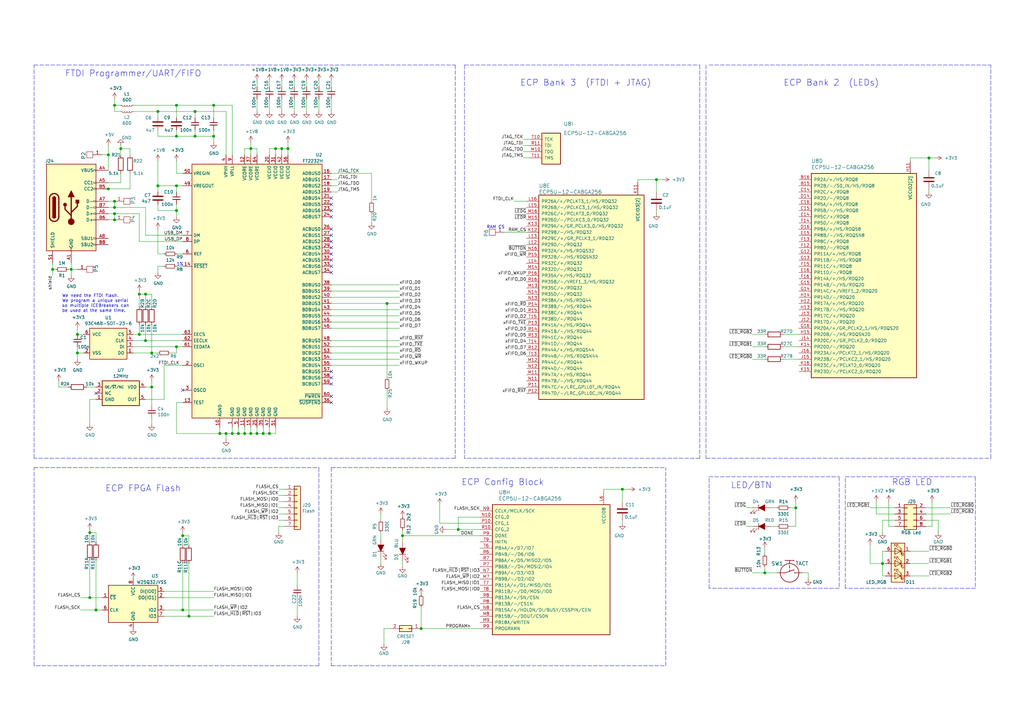
<source format=kicad_sch>
(kicad_sch (version 20201015) (generator eeschema)
  (paper "A3")
  (title_block (title "iCEBreaker++") (date "2020-12-05") (rev "V0.1") (company "GsD") (comment 1 "2020 (C) GsD  <greg.davill@gmail.com>") (comment 3 "License: CC-BY-SA V4.0"))
  (junction (at 21.59 110.49) (diameter 1.016))
  (junction (at 29.21 110.49) (diameter 1.016))
  (junction (at 31.75 137.16) (diameter 1.016))
  (junction (at 31.75 144.78) (diameter 1.016))
  (junction (at 36.83 218.44) (diameter 1.016))
  (junction (at 36.83 245.11) (diameter 1.016))
  (junction (at 39.37 250.19) (diameter 1.016))
  (junction (at 44.45 63.5) (diameter 1.016))
  (junction (at 44.45 77.47) (diameter 1.016))
  (junction (at 46.99 43.18) (diameter 1.016))
  (junction (at 46.99 82.55) (diameter 1.016))
  (junction (at 46.99 85.09) (diameter 1.016))
  (junction (at 46.99 87.63) (diameter 1.016))
  (junction (at 46.99 90.17) (diameter 1.016))
  (junction (at 49.53 60.96) (diameter 1.016))
  (junction (at 57.15 120.65) (diameter 1.016))
  (junction (at 57.15 137.16) (diameter 1.016))
  (junction (at 59.69 120.65) (diameter 1.016))
  (junction (at 59.69 139.7) (diameter 1.016))
  (junction (at 62.23 144.78) (diameter 1.016))
  (junction (at 62.23 158.75) (diameter 1.016))
  (junction (at 64.77 45.72) (diameter 1.016))
  (junction (at 64.77 76.2) (diameter 1.016))
  (junction (at 72.39 43.18) (diameter 1.016))
  (junction (at 72.39 55.88) (diameter 1.016))
  (junction (at 72.39 76.2) (diameter 1.016))
  (junction (at 72.39 86.36) (diameter 1.016))
  (junction (at 72.39 142.24) (diameter 1.016))
  (junction (at 74.93 219.71) (diameter 1.016))
  (junction (at 74.93 250.19) (diameter 1.016))
  (junction (at 77.47 252.73) (diameter 1.016))
  (junction (at 80.01 45.72) (diameter 1.016))
  (junction (at 80.01 55.88) (diameter 1.016))
  (junction (at 87.63 43.18) (diameter 1.016))
  (junction (at 87.63 55.88) (diameter 1.016))
  (junction (at 90.17 177.8) (diameter 1.016))
  (junction (at 92.71 177.8) (diameter 1.016))
  (junction (at 95.25 177.8) (diameter 1.016))
  (junction (at 97.79 177.8) (diameter 1.016))
  (junction (at 100.33 177.8) (diameter 1.016))
  (junction (at 102.87 60.96) (diameter 1.016))
  (junction (at 102.87 177.8) (diameter 1.016))
  (junction (at 105.41 177.8) (diameter 1.016))
  (junction (at 107.95 177.8) (diameter 1.016))
  (junction (at 110.49 177.8) (diameter 1.016))
  (junction (at 113.03 60.96) (diameter 1.016))
  (junction (at 115.57 60.96) (diameter 1.016))
  (junction (at 118.11 60.96) (diameter 1.016))
  (junction (at 158.75 124.46) (diameter 1.016))
  (junction (at 165.1 219.71) (diameter 1.016))
  (junction (at 172.72 257.81) (diameter 1.016))
  (junction (at 187.96 217.17) (diameter 1.016))
  (junction (at 255.27 200.66) (diameter 1.016))
  (junction (at 269.24 73.66) (diameter 1.016))
  (junction (at 313.69 234.95) (diameter 1.016))
  (junction (at 326.39 208.28) (diameter 1.016))
  (junction (at 361.95 231.14) (diameter 1.016))
  (junction (at 381 64.77) (diameter 1.016))
  (no_connect (at 135.89 157.48))
  (no_connect (at 135.89 83.82))
  (no_connect (at 135.89 109.22))
  (no_connect (at 135.89 106.68))
  (no_connect (at 135.89 101.6))
  (no_connect (at 135.89 104.14))
  (no_connect (at 74.93 160.02))
  (no_connect (at 135.89 111.76))
  (no_connect (at 135.89 154.94))
  (no_connect (at 135.89 81.28))
  (no_connect (at 135.89 88.9))
  (no_connect (at 135.89 162.56))
  (no_connect (at 135.89 165.1))
  (no_connect (at 135.89 99.06))
  (no_connect (at 135.89 93.98))
  (no_connect (at 135.89 86.36))
  (no_connect (at 39.37 161.29))
  (no_connect (at 135.89 96.52))
  (no_connect (at 135.89 152.4))
  (wire (pts (xy 21.59 107.95) (xy 21.59 110.49)))
  (wire (pts (xy 21.59 110.49) (xy 21.59 113.03)))
  (wire (pts (xy 21.59 110.49) (xy 22.86 110.49)))
  (wire (pts (xy 24.13 156.21) (xy 24.13 158.75)))
  (wire (pts (xy 24.13 158.75) (xy 27.94 158.75)))
  (wire (pts (xy 27.94 110.49) (xy 29.21 110.49)))
  (wire (pts (xy 29.21 110.49) (xy 29.21 107.95)))
  (wire (pts (xy 29.21 110.49) (xy 29.21 113.03)))
  (wire (pts (xy 31.75 110.49) (xy 29.21 110.49)))
  (wire (pts (xy 31.75 137.16) (xy 31.75 134.62)))
  (wire (pts (xy 31.75 142.24) (xy 31.75 144.78)))
  (wire (pts (xy 31.75 144.78) (xy 31.75 147.32)))
  (wire (pts (xy 33.02 245.11) (xy 36.83 245.11)))
  (wire (pts (xy 33.02 250.19) (xy 39.37 250.19)))
  (wire (pts (xy 34.29 137.16) (xy 31.75 137.16)))
  (wire (pts (xy 34.29 144.78) (xy 31.75 144.78)))
  (wire (pts (xy 36.83 163.83) (xy 36.83 173.99)))
  (wire (pts (xy 36.83 217.17) (xy 36.83 218.44)))
  (wire (pts (xy 36.83 218.44) (xy 36.83 222.25)))
  (wire (pts (xy 36.83 229.87) (xy 36.83 245.11)))
  (wire (pts (xy 36.83 245.11) (xy 41.91 245.11)))
  (wire (pts (xy 39.37 158.75) (xy 35.56 158.75)))
  (wire (pts (xy 39.37 163.83) (xy 36.83 163.83)))
  (wire (pts (xy 39.37 218.44) (xy 36.83 218.44)))
  (wire (pts (xy 39.37 222.25) (xy 39.37 218.44)))
  (wire (pts (xy 39.37 229.87) (xy 39.37 250.19)))
  (wire (pts (xy 39.37 250.19) (xy 41.91 250.19)))
  (wire (pts (xy 41.91 63.5) (xy 44.45 63.5)))
  (wire (pts (xy 41.91 77.47) (xy 44.45 77.47)))
  (wire (pts (xy 44.45 59.69) (xy 44.45 63.5)))
  (wire (pts (xy 44.45 63.5) (xy 44.45 69.85)))
  (wire (pts (xy 44.45 77.47) (xy 53.34 77.47)))
  (wire (pts (xy 44.45 82.55) (xy 46.99 82.55)))
  (wire (pts (xy 44.45 85.09) (xy 46.99 85.09)))
  (wire (pts (xy 44.45 87.63) (xy 46.99 87.63)))
  (wire (pts (xy 44.45 90.17) (xy 46.99 90.17)))
  (wire (pts (xy 46.99 40.64) (xy 46.99 43.18)))
  (wire (pts (xy 46.99 43.18) (xy 46.99 45.72)))
  (wire (pts (xy 46.99 43.18) (xy 49.53 43.18)))
  (wire (pts (xy 46.99 45.72) (xy 49.53 45.72)))
  (wire (pts (xy 46.99 82.55) (xy 46.99 85.09)))
  (wire (pts (xy 46.99 85.09) (xy 59.69 85.09)))
  (wire (pts (xy 46.99 87.63) (xy 46.99 90.17)))
  (wire (pts (xy 49.53 59.69) (xy 49.53 60.96)))
  (wire (pts (xy 49.53 60.96) (xy 49.53 63.5)))
  (wire (pts (xy 49.53 71.12) (xy 49.53 74.93)))
  (wire (pts (xy 49.53 74.93) (xy 44.45 74.93)))
  (wire (pts (xy 53.34 60.96) (xy 49.53 60.96)))
  (wire (pts (xy 53.34 63.5) (xy 53.34 60.96)))
  (wire (pts (xy 53.34 77.47) (xy 53.34 71.12)))
  (wire (pts (xy 54.61 43.18) (xy 72.39 43.18)))
  (wire (pts (xy 54.61 45.72) (xy 64.77 45.72)))
  (wire (pts (xy 54.61 137.16) (xy 57.15 137.16)))
  (wire (pts (xy 54.61 139.7) (xy 59.69 139.7)))
  (wire (pts (xy 54.61 142.24) (xy 72.39 142.24)))
  (wire (pts (xy 54.61 144.78) (xy 62.23 144.78)))
  (wire (pts (xy 57.15 87.63) (xy 46.99 87.63)))
  (wire (pts (xy 57.15 99.06) (xy 57.15 87.63)))
  (wire (pts (xy 57.15 119.38) (xy 57.15 120.65)))
  (wire (pts (xy 57.15 120.65) (xy 57.15 125.73)))
  (wire (pts (xy 57.15 133.35) (xy 57.15 137.16)))
  (wire (pts (xy 57.15 137.16) (xy 74.93 137.16)))
  (wire (pts (xy 59.69 85.09) (xy 59.69 96.52)))
  (wire (pts (xy 59.69 96.52) (xy 74.93 96.52)))
  (wire (pts (xy 59.69 120.65) (xy 57.15 120.65)))
  (wire (pts (xy 59.69 120.65) (xy 59.69 125.73)))
  (wire (pts (xy 59.69 133.35) (xy 59.69 139.7)))
  (wire (pts (xy 59.69 139.7) (xy 74.93 139.7)))
  (wire (pts (xy 59.69 158.75) (xy 62.23 158.75)))
  (wire (pts (xy 59.69 163.83) (xy 67.31 163.83)))
  (wire (pts (xy 62.23 120.65) (xy 59.69 120.65)))
  (wire (pts (xy 62.23 125.73) (xy 62.23 120.65)))
  (wire (pts (xy 62.23 133.35) (xy 62.23 144.78)))
  (wire (pts (xy 62.23 144.78) (xy 64.77 144.78)))
  (wire (pts (xy 62.23 158.75) (xy 62.23 156.21)))
  (wire (pts (xy 62.23 158.75) (xy 62.23 166.37)))
  (wire (pts (xy 62.23 171.45) (xy 62.23 173.99)))
  (wire (pts (xy 64.77 45.72) (xy 64.77 48.26)))
  (wire (pts (xy 64.77 45.72) (xy 80.01 45.72)))
  (wire (pts (xy 64.77 53.34) (xy 64.77 55.88)))
  (wire (pts (xy 64.77 55.88) (xy 72.39 55.88)))
  (wire (pts (xy 64.77 76.2) (xy 64.77 66.04)))
  (wire (pts (xy 64.77 78.74) (xy 64.77 76.2)))
  (wire (pts (xy 64.77 83.82) (xy 64.77 86.36)))
  (wire (pts (xy 64.77 86.36) (xy 72.39 86.36)))
  (wire (pts (xy 64.77 104.14) (xy 64.77 93.98)))
  (wire (pts (xy 64.77 109.22) (xy 64.77 111.76)))
  (wire (pts (xy 67.31 104.14) (xy 64.77 104.14)))
  (wire (pts (xy 67.31 109.22) (xy 64.77 109.22)))
  (wire (pts (xy 67.31 149.86) (xy 74.93 149.86)))
  (wire (pts (xy 67.31 163.83) (xy 67.31 149.86)))
  (wire (pts (xy 67.31 242.57) (xy 87.63 242.57)))
  (wire (pts (xy 67.31 245.11) (xy 87.63 245.11)))
  (wire (pts (xy 67.31 250.19) (xy 74.93 250.19)))
  (wire (pts (xy 67.31 252.73) (xy 77.47 252.73)))
  (wire (pts (xy 69.85 144.78) (xy 72.39 144.78)))
  (wire (pts (xy 72.39 43.18) (xy 72.39 48.26)))
  (wire (pts (xy 72.39 43.18) (xy 87.63 43.18)))
  (wire (pts (xy 72.39 53.34) (xy 72.39 55.88)))
  (wire (pts (xy 72.39 55.88) (xy 80.01 55.88)))
  (wire (pts (xy 72.39 71.12) (xy 72.39 66.04)))
  (wire (pts (xy 72.39 76.2) (xy 64.77 76.2)))
  (wire (pts (xy 72.39 78.74) (xy 72.39 76.2)))
  (wire (pts (xy 72.39 86.36) (xy 72.39 83.82)))
  (wire (pts (xy 72.39 86.36) (xy 72.39 88.9)))
  (wire (pts (xy 72.39 104.14) (xy 74.93 104.14)))
  (wire (pts (xy 72.39 142.24) (xy 74.93 142.24)))
  (wire (pts (xy 72.39 144.78) (xy 72.39 142.24)))
  (wire (pts (xy 72.39 165.1) (xy 72.39 177.8)))
  (wire (pts (xy 72.39 177.8) (xy 90.17 177.8)))
  (wire (pts (xy 74.93 71.12) (xy 72.39 71.12)))
  (wire (pts (xy 74.93 76.2) (xy 72.39 76.2)))
  (wire (pts (xy 74.93 99.06) (xy 57.15 99.06)))
  (wire (pts (xy 74.93 109.22) (xy 72.39 109.22)))
  (wire (pts (xy 74.93 165.1) (xy 72.39 165.1)))
  (wire (pts (xy 74.93 218.44) (xy 74.93 219.71)))
  (wire (pts (xy 74.93 219.71) (xy 74.93 223.52)))
  (wire (pts (xy 74.93 219.71) (xy 77.47 219.71)))
  (wire (pts (xy 74.93 231.14) (xy 74.93 250.19)))
  (wire (pts (xy 74.93 250.19) (xy 87.63 250.19)))
  (wire (pts (xy 77.47 219.71) (xy 77.47 223.52)))
  (wire (pts (xy 77.47 231.14) (xy 77.47 252.73)))
  (wire (pts (xy 77.47 252.73) (xy 87.63 252.73)))
  (wire (pts (xy 80.01 45.72) (xy 80.01 48.26)))
  (wire (pts (xy 80.01 45.72) (xy 92.71 45.72)))
  (wire (pts (xy 80.01 53.34) (xy 80.01 55.88)))
  (wire (pts (xy 80.01 55.88) (xy 87.63 55.88)))
  (wire (pts (xy 87.63 43.18) (xy 87.63 48.26)))
  (wire (pts (xy 87.63 43.18) (xy 95.25 43.18)))
  (wire (pts (xy 87.63 55.88) (xy 87.63 53.34)))
  (wire (pts (xy 87.63 55.88) (xy 87.63 58.42)))
  (wire (pts (xy 90.17 175.26) (xy 90.17 177.8)))
  (wire (pts (xy 90.17 177.8) (xy 92.71 177.8)))
  (wire (pts (xy 92.71 45.72) (xy 92.71 63.5)))
  (wire (pts (xy 92.71 177.8) (xy 92.71 180.34)))
  (wire (pts (xy 92.71 177.8) (xy 95.25 177.8)))
  (wire (pts (xy 95.25 43.18) (xy 95.25 63.5)))
  (wire (pts (xy 95.25 175.26) (xy 95.25 177.8)))
  (wire (pts (xy 95.25 177.8) (xy 97.79 177.8)))
  (wire (pts (xy 97.79 175.26) (xy 97.79 177.8)))
  (wire (pts (xy 97.79 177.8) (xy 100.33 177.8)))
  (wire (pts (xy 100.33 60.96) (xy 102.87 60.96)))
  (wire (pts (xy 100.33 63.5) (xy 100.33 60.96)))
  (wire (pts (xy 100.33 175.26) (xy 100.33 177.8)))
  (wire (pts (xy 100.33 177.8) (xy 102.87 177.8)))
  (wire (pts (xy 102.87 60.96) (xy 102.87 58.42)))
  (wire (pts (xy 102.87 60.96) (xy 105.41 60.96)))
  (wire (pts (xy 102.87 63.5) (xy 102.87 60.96)))
  (wire (pts (xy 102.87 175.26) (xy 102.87 177.8)))
  (wire (pts (xy 102.87 177.8) (xy 105.41 177.8)))
  (wire (pts (xy 105.41 33.02) (xy 105.41 35.56)))
  (wire (pts (xy 105.41 40.64) (xy 105.41 45.72)))
  (wire (pts (xy 105.41 60.96) (xy 105.41 63.5)))
  (wire (pts (xy 105.41 175.26) (xy 105.41 177.8)))
  (wire (pts (xy 105.41 177.8) (xy 107.95 177.8)))
  (wire (pts (xy 107.95 175.26) (xy 107.95 177.8)))
  (wire (pts (xy 107.95 177.8) (xy 110.49 177.8)))
  (wire (pts (xy 110.49 33.02) (xy 110.49 35.56)))
  (wire (pts (xy 110.49 40.64) (xy 110.49 45.72)))
  (wire (pts (xy 110.49 60.96) (xy 113.03 60.96)))
  (wire (pts (xy 110.49 63.5) (xy 110.49 60.96)))
  (wire (pts (xy 110.49 175.26) (xy 110.49 177.8)))
  (wire (pts (xy 110.49 177.8) (xy 113.03 177.8)))
  (wire (pts (xy 113.03 60.96) (xy 113.03 63.5)))
  (wire (pts (xy 113.03 60.96) (xy 115.57 60.96)))
  (wire (pts (xy 113.03 177.8) (xy 113.03 175.26)))
  (wire (pts (xy 114.3 203.2) (xy 116.84 203.2)))
  (wire (pts (xy 114.3 205.74) (xy 116.84 205.74)))
  (wire (pts (xy 114.3 208.28) (xy 116.84 208.28)))
  (wire (pts (xy 114.3 210.82) (xy 116.84 210.82)))
  (wire (pts (xy 114.3 213.36) (xy 116.84 213.36)))
  (wire (pts (xy 114.3 215.9) (xy 114.3 218.44)))
  (wire (pts (xy 115.57 33.02) (xy 115.57 35.56)))
  (wire (pts (xy 115.57 40.64) (xy 115.57 45.72)))
  (wire (pts (xy 115.57 60.96) (xy 115.57 63.5)))
  (wire (pts (xy 115.57 60.96) (xy 118.11 60.96)))
  (wire (pts (xy 116.84 200.66) (xy 114.3 200.66)))
  (wire (pts (xy 116.84 215.9) (xy 114.3 215.9)))
  (wire (pts (xy 118.11 60.96) (xy 118.11 58.42)))
  (wire (pts (xy 118.11 60.96) (xy 118.11 63.5)))
  (wire (pts (xy 120.65 33.02) (xy 120.65 35.56)))
  (wire (pts (xy 120.65 40.64) (xy 120.65 45.72)))
  (wire (pts (xy 121.92 234.95) (xy 121.92 240.03)))
  (wire (pts (xy 121.92 245.11) (xy 121.92 252.73)))
  (wire (pts (xy 125.73 33.02) (xy 125.73 35.56)))
  (wire (pts (xy 125.73 40.64) (xy 125.73 45.72)))
  (wire (pts (xy 130.81 33.02) (xy 130.81 35.56)))
  (wire (pts (xy 130.81 40.64) (xy 130.81 45.72)))
  (wire (pts (xy 135.89 33.02) (xy 135.89 35.56)))
  (wire (pts (xy 135.89 40.64) (xy 135.89 45.72)))
  (wire (pts (xy 135.89 71.12) (xy 152.4 71.12)))
  (wire (pts (xy 135.89 73.66) (xy 138.43 73.66)))
  (wire (pts (xy 135.89 76.2) (xy 138.43 76.2)))
  (wire (pts (xy 135.89 78.74) (xy 138.43 78.74)))
  (wire (pts (xy 135.89 116.84) (xy 163.83 116.84)))
  (wire (pts (xy 135.89 119.38) (xy 163.83 119.38)))
  (wire (pts (xy 135.89 121.92) (xy 163.83 121.92)))
  (wire (pts (xy 135.89 124.46) (xy 158.75 124.46)))
  (wire (pts (xy 135.89 127) (xy 163.83 127)))
  (wire (pts (xy 135.89 129.54) (xy 163.83 129.54)))
  (wire (pts (xy 135.89 132.08) (xy 163.83 132.08)))
  (wire (pts (xy 135.89 134.62) (xy 163.83 134.62)))
  (wire (pts (xy 135.89 139.7) (xy 163.83 139.7)))
  (wire (pts (xy 135.89 142.24) (xy 163.83 142.24)))
  (wire (pts (xy 135.89 144.78) (xy 163.83 144.78)))
  (wire (pts (xy 135.89 147.32) (xy 163.83 147.32)))
  (wire (pts (xy 135.89 149.86) (xy 163.83 149.86)))
  (wire (pts (xy 152.4 71.12) (xy 152.4 82.55)))
  (wire (pts (xy 152.4 87.63) (xy 152.4 91.44)))
  (wire (pts (xy 156.21 210.82) (xy 156.21 213.36)))
  (wire (pts (xy 156.21 218.44) (xy 156.21 220.98)))
  (wire (pts (xy 156.21 228.6) (xy 156.21 231.14)))
  (wire (pts (xy 157.48 257.81) (xy 157.48 264.16)))
  (wire (pts (xy 158.75 124.46) (xy 163.83 124.46)))
  (wire (pts (xy 158.75 154.94) (xy 158.75 124.46)))
  (wire (pts (xy 158.75 160.02) (xy 158.75 167.64)))
  (wire (pts (xy 160.02 257.81) (xy 157.48 257.81)))
  (wire (pts (xy 165.1 217.17) (xy 165.1 219.71)))
  (wire (pts (xy 165.1 219.71) (xy 165.1 222.25)))
  (wire (pts (xy 165.1 219.71) (xy 196.85 219.71)))
  (wire (pts (xy 165.1 229.87) (xy 165.1 232.41)))
  (wire (pts (xy 172.72 248.92) (xy 172.72 257.81)))
  (wire (pts (xy 172.72 257.81) (xy 196.85 257.81)))
  (wire (pts (xy 180.34 207.01) (xy 180.34 214.63)))
  (wire (pts (xy 180.34 214.63) (xy 196.85 214.63)))
  (wire (pts (xy 182.88 217.17) (xy 187.96 217.17)))
  (wire (pts (xy 187.96 212.09) (xy 187.96 217.17)))
  (wire (pts (xy 187.96 217.17) (xy 196.85 217.17)))
  (wire (pts (xy 196.85 212.09) (xy 187.96 212.09)))
  (wire (pts (xy 207.01 95.25) (xy 215.9 95.25)))
  (wire (pts (xy 215.9 82.55) (xy 210.82 82.55)))
  (wire (pts (xy 217.17 57.15) (xy 214.63 57.15)))
  (wire (pts (xy 217.17 59.69) (xy 214.63 59.69)))
  (wire (pts (xy 217.17 62.23) (xy 214.63 62.23)))
  (wire (pts (xy 217.17 64.77) (xy 214.63 64.77)))
  (wire (pts (xy 247.65 200.66) (xy 255.27 200.66)))
  (wire (pts (xy 247.65 201.93) (xy 247.65 200.66)))
  (wire (pts (xy 255.27 200.66) (xy 255.27 205.74)))
  (wire (pts (xy 255.27 213.36) (xy 255.27 214.63)))
  (wire (pts (xy 257.81 200.66) (xy 255.27 200.66)))
  (wire (pts (xy 261.62 73.66) (xy 269.24 73.66)))
  (wire (pts (xy 261.62 74.93) (xy 261.62 73.66)))
  (wire (pts (xy 269.24 73.66) (xy 269.24 78.74)))
  (wire (pts (xy 269.24 86.36) (xy 269.24 87.63)))
  (wire (pts (xy 271.78 73.66) (xy 269.24 73.66)))
  (wire (pts (xy 308.61 137.16) (xy 313.69 137.16)))
  (wire (pts (xy 308.61 142.24) (xy 313.69 142.24)))
  (wire (pts (xy 308.61 147.32) (xy 313.69 147.32)))
  (wire (pts (xy 308.61 208.28) (xy 306.07 208.28)))
  (wire (pts (xy 308.61 215.9) (xy 306.07 215.9)))
  (wire (pts (xy 313.69 227.33) (xy 313.69 224.79)))
  (wire (pts (xy 313.69 232.41) (xy 313.69 234.95)))
  (wire (pts (xy 313.69 234.95) (xy 308.61 234.95)))
  (wire (pts (xy 316.23 208.28) (xy 318.77 208.28)))
  (wire (pts (xy 316.23 215.9) (xy 318.77 215.9)))
  (wire (pts (xy 318.77 234.95) (xy 313.69 234.95)))
  (wire (pts (xy 321.31 137.16) (xy 327.66 137.16)))
  (wire (pts (xy 321.31 142.24) (xy 327.66 142.24)))
  (wire (pts (xy 321.31 147.32) (xy 327.66 147.32)))
  (wire (pts (xy 323.85 208.28) (xy 326.39 208.28)))
  (wire (pts (xy 326.39 205.74) (xy 326.39 208.28)))
  (wire (pts (xy 326.39 215.9) (xy 323.85 215.9)))
  (wire (pts (xy 326.39 215.9) (xy 326.39 208.28)))
  (wire (pts (xy 328.93 234.95) (xy 331.47 234.95)))
  (wire (pts (xy 331.47 234.95) (xy 331.47 237.49)))
  (wire (pts (xy 356.87 223.52) (xy 356.87 231.14)))
  (wire (pts (xy 356.87 231.14) (xy 361.95 231.14)))
  (wire (pts (xy 359.41 205.74) (xy 359.41 210.82)))
  (wire (pts (xy 359.41 210.82) (xy 367.03 210.82)))
  (wire (pts (xy 361.95 213.36) (xy 367.03 213.36)))
  (wire (pts (xy 361.95 218.44) (xy 361.95 213.36)))
  (wire (pts (xy 361.95 231.14) (xy 361.95 226.06)))
  (wire (pts (xy 361.95 236.22) (xy 361.95 231.14)))
  (wire (pts (xy 363.22 226.06) (xy 361.95 226.06)))
  (wire (pts (xy 363.22 231.14) (xy 361.95 231.14)))
  (wire (pts (xy 363.22 236.22) (xy 361.95 236.22)))
  (wire (pts (xy 364.49 205.74) (xy 364.49 215.9)))
  (wire (pts (xy 364.49 215.9) (xy 367.03 215.9)))
  (wire (pts (xy 367.03 208.28) (xy 356.87 208.28)))
  (wire (pts (xy 373.38 66.04) (xy 373.38 64.77)))
  (wire (pts (xy 373.38 226.06) (xy 381 226.06)))
  (wire (pts (xy 373.38 231.14) (xy 381 231.14)))
  (wire (pts (xy 373.38 236.22) (xy 381 236.22)))
  (wire (pts (xy 379.73 208.28) (xy 389.89 208.28)))
  (wire (pts (xy 379.73 210.82) (xy 389.89 210.82)))
  (wire (pts (xy 379.73 213.36) (xy 384.81 213.36)))
  (wire (pts (xy 379.73 215.9) (xy 382.27 215.9)))
  (wire (pts (xy 381 64.77) (xy 373.38 64.77)))
  (wire (pts (xy 381 64.77) (xy 381 69.85)))
  (wire (pts (xy 381 77.47) (xy 381 78.74)))
  (wire (pts (xy 382.27 215.9) (xy 382.27 205.74)))
  (wire (pts (xy 383.54 64.77) (xy 381 64.77)))
  (wire (pts (xy 384.81 213.36) (xy 384.81 218.44)))
  (polyline (pts (xy 13.97 26.67) (xy 186.69 26.67)) (stroke (width 0) (type dash)))
  (polyline (pts (xy 13.97 187.96) (xy 13.97 26.67)) (stroke (width 0) (type dash)))
  (polyline (pts (xy 13.97 191.77) (xy 130.81 191.77)) (stroke (width 0) (type dash)))
  (polyline (pts (xy 13.97 273.05) (xy 13.97 191.77)) (stroke (width 0) (type dash)))
  (polyline (pts (xy 130.81 191.77) (xy 130.81 273.05)) (stroke (width 0) (type dash)))
  (polyline (pts (xy 130.81 273.05) (xy 13.97 273.05)) (stroke (width 0) (type dash)))
  (polyline (pts (xy 135.89 191.77) (xy 135.89 273.05)) (stroke (width 0) (type dash)))
  (polyline (pts (xy 135.89 191.77) (xy 273.05 191.77)) (stroke (width 0) (type dash)))
  (polyline (pts (xy 135.89 273.05) (xy 273.05 273.05)) (stroke (width 0) (type dash)))
  (polyline (pts (xy 186.69 26.67) (xy 186.69 187.96)) (stroke (width 0) (type dash)))
  (polyline (pts (xy 186.69 187.96) (xy 13.97 187.96)) (stroke (width 0) (type dash)))
  (polyline (pts (xy 190.5 26.67) (xy 190.5 187.96)) (stroke (width 0) (type dash)))
  (polyline (pts (xy 190.5 26.67) (xy 287.02 26.67)) (stroke (width 0) (type dash)))
  (polyline (pts (xy 273.05 273.05) (xy 273.05 191.77)) (stroke (width 0) (type dash)))
  (polyline (pts (xy 287.02 26.67) (xy 287.02 187.96)) (stroke (width 0) (type dash)))
  (polyline (pts (xy 287.02 187.96) (xy 190.5 187.96)) (stroke (width 0) (type dash)))
  (polyline (pts (xy 289.56 26.67) (xy 289.56 187.96)) (stroke (width 0) (type dash)))
  (polyline (pts (xy 289.56 187.96) (xy 406.4 187.96)) (stroke (width 0) (type dash)))
  (polyline (pts (xy 290.83 26.67) (xy 406.4 26.67)) (stroke (width 0) (type dash)))
  (polyline (pts (xy 290.83 195.58) (xy 344.17 195.58)) (stroke (width 0) (type dash)))
  (polyline (pts (xy 290.83 241.3) (xy 290.83 195.58)) (stroke (width 0) (type dash)))
  (polyline (pts (xy 344.17 195.58) (xy 344.17 241.3)) (stroke (width 0) (type dash)))
  (polyline (pts (xy 344.17 241.3) (xy 290.83 241.3)) (stroke (width 0) (type dash)))
  (polyline (pts (xy 346.71 195.58) (xy 400.05 195.58)) (stroke (width 0) (type dash)))
  (polyline (pts (xy 346.71 241.3) (xy 346.71 195.58)) (stroke (width 0) (type dash)))
  (polyline (pts (xy 400.05 195.58) (xy 400.05 241.3)) (stroke (width 0) (type dash)))
  (polyline (pts (xy 400.05 241.3) (xy 346.71 241.3)) (stroke (width 0) (type dash)))
  (polyline (pts (xy 406.4 187.96) (xy 406.4 26.67)) (stroke (width 0) (type dash)))
  (text "We need the FTDI flash.\nWe program a unique serial\nso multiple iCEBreakers can\nbe used at the same time." (at 25.4 128.27 0) (effects (font (size 1.27 1.27)) (justify left bottom)))
  (text "FTDI Programmer/UART/FIFO" (at 26.67 31.75 0) (effects (font (size 2.54 2.54)) (justify left bottom)))
  (text "ECP FPGA Flash" (at 43.18 201.93 0) (effects (font (size 2.54 2.54)) (justify left bottom)))
  (text "1%" (at 72.39 109.22 0) (effects (font (size 1.27 1.27)) (justify left bottom)))
  (text "ECP Config Block" (at 189.23 199.39 0) (effects (font (size 2.54 2.54)) (justify left bottom)))
  (text "RAM CS" (at 207.01 93.98 180) (effects (font (size 1.27 1.27)) (justify right bottom)))
  (text "ECP Bank 3  (FTDI + JTAG)" (at 213.36 35.56 0) (effects (font (size 2.54 2.54)) (justify left bottom)))
  (text "LED/BTN" (at 299.72 200.66 0) (effects (font (size 2.54 2.54)) (justify left bottom)))
  (text "ECP Bank 2  (LEDs)" (at 321.31 35.56 0) (effects (font (size 2.54 2.54)) (justify left bottom)))
  (text "RGB LED" (at 365.76 199.39 0) (effects (font (size 2.54 2.54)) (justify left bottom)))
  (label "shield" (at 21.59 113.03 270))
  (label "FLASH_CS" (at 33.02 245.11 180))
  (label "FLASH_SCK" (at 33.02 250.19 180))
  (label "FTDI_CLK" (at 73.66 149.86 180))
  (label "USB_DM" (at 74.93 96.52 180))
  (label "USB_DP" (at 74.93 99.06 180))
  (label "FLASH_MOSI|IO0" (at 87.63 242.57 0))
  (label "FLASH_MISO|IO1" (at 87.63 245.11 0))
  (label "FLASH_~WP~|IO2" (at 87.63 250.19 0))
  (label "FLASH_~HLD~|~RST~|IO3" (at 87.63 252.73 0))
  (label "FLASH_CS" (at 114.3 200.66 180))
  (label "FLASH_SCK" (at 114.3 203.2 180))
  (label "FLASH_MOSI|IO0" (at 114.3 205.74 180))
  (label "FLASH_MISO|IO1" (at 114.3 208.28 180))
  (label "FLASH_~WP~|IO2" (at 114.3 210.82 180))
  (label "FLASH_~HLD~|~RST~|IO3" (at 114.3 213.36 180))
  (label "JTAG_TCK" (at 138.43 71.12 0))
  (label "JTAG_TDI" (at 138.43 73.66 0))
  (label "JTAG_TDO" (at 138.43 76.2 0))
  (label "JTAG_TMS" (at 138.43 78.74 0))
  (label "xFIFO_D0" (at 163.83 116.84 0))
  (label "xFIFO_D1" (at 163.83 119.38 0))
  (label "xFIFO_D2" (at 163.83 121.92 0))
  (label "xFIFO_D3" (at 163.83 124.46 0))
  (label "xFIFO_D4" (at 163.83 127 0))
  (label "xFIFO_D5" (at 163.83 129.54 0))
  (label "xFIFO_D6" (at 163.83 132.08 0))
  (label "xFIFO_D7" (at 163.83 134.62 0))
  (label "xFIFO_~RXF" (at 163.83 139.7 0))
  (label "xFIFO_~TXE" (at 163.83 142.24 0))
  (label "xFIFO_~RD" (at 163.83 144.78 0))
  (label "xFIFO_~WR" (at 163.83 147.32 0))
  (label "xFIFO_WKUP" (at 163.83 149.86 0))
  (label "PROGRAMn" (at 193.04 257.81 180))
  (label "DONE" (at 194.31 219.71 180))
  (label "FLASH_SCK" (at 196.85 209.55 180))
  (label "FLASH_~HLD~|~RST~|IO3" (at 196.85 234.95 180))
  (label "FLASH_~WP~|IO2" (at 196.85 237.49 180))
  (label "FLASH_MISO|IO1" (at 196.85 240.03 180))
  (label "FLASH_MOSI|IO0" (at 196.85 242.57 180))
  (label "FLASH_CS" (at 196.85 250.19 180))
  (label "FTDI_CLK" (at 210.82 82.55 180))
  (label "JTAG_TCK" (at 214.63 57.15 180))
  (label "JTAG_TDI" (at 214.63 59.69 180))
  (label "JTAG_TDO" (at 214.63 62.23 180))
  (label "JTAG_TMS" (at 214.63 64.77 180))
  (label "~LEDG" (at 215.9 87.63 180))
  (label "~LEDR" (at 215.9 90.17 180))
  (label "RAM_CS" (at 215.9 95.25 180))
  (label "~BUTTON" (at 215.9 102.87 180))
  (label "xFIFO_~WR" (at 215.9 105.41 180))
  (label "xFIFO_WKUP" (at 215.9 113.03 180))
  (label "xFIFO_D0" (at 215.9 115.57 180))
  (label "xFIFO_~RD" (at 215.9 125.73 180))
  (label "xFIFO_D1" (at 215.9 128.27 180))
  (label "xFIFO_D2" (at 215.9 130.81 180))
  (label "xFIFO_~TXE" (at 215.9 133.35 180))
  (label "xFIFO_D3" (at 215.9 135.89 180))
  (label "xFIFO_D5" (at 215.9 138.43 180))
  (label "xFIFO_D4" (at 215.9 140.97 180))
  (label "xFIFO_D7" (at 215.9 143.51 180))
  (label "xFIFO_D6" (at 215.9 146.05 180))
  (label "xFIFO_~RXF" (at 215.9 161.29 180))
  (label "~LEDG" (at 306.07 208.28 180))
  (label "~LEDR" (at 306.07 215.9 180))
  (label "~LED_RGB2" (at 308.61 137.16 180))
  (label "~LED_RGB1" (at 308.61 142.24 180))
  (label "~LED_RGB0" (at 308.61 147.32 180))
  (label "~BUTTON" (at 308.61 234.95 180))
  (label "~LED_RGB1" (at 356.87 208.28 180))
  (label "~LED_RGB0" (at 381 226.06 0))
  (label "~LED_RGB1" (at 381 231.14 0))
  (label "~LED_RGB2" (at 381 236.22 0))
  (label "~LED_RGB0" (at 389.89 208.28 0))
  (label "~LED_RGB2" (at 389.89 210.82 0))
  (symbol (lib_id "icebreaker-rescue:pkl_L_Small-pkl_device") (at 52.07 43.18 270) (unit 1)
    (property "Reference" "L1" (at 52.07 38.5318 90))
    (property "Value" "600" (at 52.07 40.894 90))
    (property "Footprint" "Inductor_SMD:L_0402_1005Metric" (effects hide))
    (property "Source" "ANY" (effects hide))
    (property "Key" "ferrite-0402-600" (effects hide))
  )
  (symbol (lib_id "icebreaker-rescue:pkl_L_Small-pkl_device") (at 52.07 45.72 270) (unit 1)
    (property "Reference" "L2" (at 52.07 48.133 90))
    (property "Value" "600" (at 52.07 50.4952 90))
    (property "Footprint" "Inductor_SMD:L_0402_1005Metric" (effects hide))
    (property "Source" "ANY" (effects hide))
    (property "Key" "ferrite-0402-600" (effects hide))
  )
  (symbol (lib_id "power:+3V3") (at 24.13 156.21 0) (unit 1)
    (property "Reference" "#PWR02" (effects hide))
    (property "Value" "+3V3" (at 24.511 151.7396 0))
  )
  (symbol (lib_id "power:+3V3") (at 31.75 134.62 0) (unit 1)
    (property "Reference" "#PWR031" (effects hide))
    (property "Value" "+3V3" (at 32.131 130.1496 0))
  )
  (symbol (lib_id "power:+3V3") (at 36.83 217.17 0) (unit 1)
    (property "Reference" "#PWR0139" (effects hide))
    (property "Value" "+3V3" (at 37.211 212.6996 0))
  )
  (symbol (lib_id "power:+5V") (at 44.45 59.69 0) (unit 1)
    (property "Reference" "#PWR08" (effects hide))
    (property "Value" "+5V" (at 44.831 55.2196 0))
  )
  (symbol (lib_id "power:+3V3") (at 46.99 40.64 0) (unit 1)
    (property "Reference" "#PWR015" (effects hide))
    (property "Value" "+3V3" (at 47.371 36.1696 0))
  )
  (symbol (lib_id "power:+3V3") (at 54.61 237.49 0) (unit 1)
    (property "Reference" "#PWR0138" (effects hide))
    (property "Value" "+3V3" (at 54.991 233.0196 0))
  )
  (symbol (lib_id "power:+3V3") (at 57.15 119.38 0) (unit 1)
    (property "Reference" "#PWR033" (effects hide))
    (property "Value" "+3V3" (at 57.531 114.9096 0))
  )
  (symbol (lib_id "power:+3V3") (at 62.23 156.21 0) (unit 1)
    (property "Reference" "#PWR03" (effects hide))
    (property "Value" "+3V3" (at 62.611 151.7396 0))
  )
  (symbol (lib_id "power:+1V8") (at 64.77 66.04 0) (unit 1)
    (property "Reference" "#PWR010" (effects hide))
    (property "Value" "+1V8" (at 65.151 61.5696 0))
  )
  (symbol (lib_id "power:+3V3") (at 64.77 93.98 0) (unit 1)
    (property "Reference" "#PWR09" (effects hide))
    (property "Value" "+3V3" (at 65.151 89.5096 0))
  )
  (symbol (lib_id "power:+3V3") (at 72.39 66.04 0) (unit 1)
    (property "Reference" "#PWR07" (effects hide))
    (property "Value" "+3V3" (at 72.771 61.5696 0))
  )
  (symbol (lib_id "power:+3V3") (at 74.93 218.44 0) (unit 1)
    (property "Reference" "#PWR042" (effects hide))
    (property "Value" "+3V3" (at 75.311 213.9696 0))
  )
  (symbol (lib_id "power:+1V8") (at 102.87 58.42 0) (unit 1)
    (property "Reference" "#PWR011" (effects hide))
    (property "Value" "+1V8" (at 103.251 53.9496 0))
  )
  (symbol (lib_id "power:+1V8") (at 105.41 33.02 0) (unit 1)
    (property "Reference" "#PWR018" (effects hide))
    (property "Value" "+1V8" (at 105.791 28.5496 0))
  )
  (symbol (lib_id "power:+1V8") (at 110.49 33.02 0) (unit 1)
    (property "Reference" "#PWR021" (effects hide))
    (property "Value" "+1V8" (at 110.871 28.5496 0))
  )
  (symbol (lib_id "power:+1V8") (at 115.57 33.02 0) (unit 1)
    (property "Reference" "#PWR022" (effects hide))
    (property "Value" "+1V8" (at 115.951 28.5496 0))
  )
  (symbol (lib_id "power:+3V3") (at 118.11 58.42 0) (unit 1)
    (property "Reference" "#PWR016" (effects hide))
    (property "Value" "+3V3" (at 118.491 53.9496 0))
  )
  (symbol (lib_id "power:+3V3") (at 120.65 33.02 0) (unit 1)
    (property "Reference" "#PWR027" (effects hide))
    (property "Value" "+3V3" (at 121.031 28.5496 0))
  )
  (symbol (lib_id "power:+3V3") (at 121.92 234.95 0) (unit 1)
    (property "Reference" "#PWR040" (effects hide))
    (property "Value" "+3V3" (at 122.301 230.4796 0))
  )
  (symbol (lib_id "power:+3V3") (at 125.73 33.02 0) (unit 1)
    (property "Reference" "#PWR028" (effects hide))
    (property "Value" "+3V3" (at 126.111 28.5496 0))
  )
  (symbol (lib_id "power:+3V3") (at 130.81 33.02 0) (unit 1)
    (property "Reference" "#PWR029" (effects hide))
    (property "Value" "+3V3" (at 131.191 28.5496 0))
  )
  (symbol (lib_id "power:+3V3") (at 135.89 33.02 0) (unit 1)
    (property "Reference" "#PWR030" (effects hide))
    (property "Value" "+3V3" (at 136.271 28.5496 0))
  )
  (symbol (lib_id "power:+3V3") (at 156.21 210.82 0) (unit 1)
    (property "Reference" "#PWR080" (effects hide))
    (property "Value" "+3V3" (at 156.591 206.3496 0))
  )
  (symbol (lib_id "power:+3V3") (at 165.1 212.09 0) (unit 1)
    (property "Reference" "#PWR078" (effects hide))
    (property "Value" "+3V3" (at 165.481 207.6196 0))
  )
  (symbol (lib_id "power:+3V3") (at 172.72 243.84 0) (unit 1)
    (property "Reference" "#PWR095" (effects hide))
    (property "Value" "+3V3" (at 173.101 239.3696 0))
  )
  (symbol (lib_id "power:+3V3") (at 180.34 207.01 0) (unit 1)
    (property "Reference" "#PWR0104" (effects hide))
    (property "Value" "+3V3" (at 180.721 202.5396 0))
  )
  (symbol (lib_id "power:+3V3") (at 257.81 200.66 270) (mirror x) (unit 1)
    (property "Reference" "#PWR0135" (effects hide))
    (property "Value" "+3V3" (at 261.62 200.66 90) (effects (justify left)))
  )
  (symbol (lib_id "power:+3V3") (at 271.78 73.66 270) (mirror x) (unit 1)
    (property "Reference" "#PWR0124" (effects hide))
    (property "Value" "+3V3" (at 275.59 73.66 90) (effects (justify left)))
  )
  (symbol (lib_id "power:+3V3") (at 313.69 224.79 0) (unit 1)
    (property "Reference" "#PWR073" (effects hide))
    (property "Value" "+3V3" (at 311.15 220.98 0) (effects (justify left)))
  )
  (symbol (lib_id "power:+3V3") (at 326.39 205.74 0) (unit 1)
    (property "Reference" "#PWR059" (effects hide))
    (property "Value" "+3V3" (at 323.85 200.66 0) (effects (justify left)))
  )
  (symbol (lib_id "power:+3V3") (at 356.87 223.52 0) (unit 1)
    (property "Reference" "#PWR0105" (effects hide))
    (property "Value" "+3V3" (at 357.251 219.0496 0))
  )
  (symbol (lib_id "power:+1V2") (at 359.41 205.74 0) (unit 1)
    (property "Reference" "#PWR076" (effects hide))
    (property "Value" "+1V2" (at 359.791 201.2696 0))
  )
  (symbol (lib_id "power:+5V") (at 364.49 205.74 0) (unit 1)
    (property "Reference" "#PWR058" (effects hide))
    (property "Value" "+5V" (at 364.871 201.2696 0))
  )
  (symbol (lib_id "power:+3V3") (at 382.27 205.74 0) (unit 1)
    (property "Reference" "#PWR057" (effects hide))
    (property "Value" "+3V3" (at 382.651 201.2696 0))
  )
  (symbol (lib_id "power:+3V3") (at 383.54 64.77 270) (mirror x) (unit 1)
    (property "Reference" "#PWR0133" (effects hide))
    (property "Value" "+3V3" (at 387.35 64.77 90) (effects (justify left)))
  )
  (symbol (lib_id "power:GND") (at 29.21 113.03 0) (unit 1)
    (property "Reference" "#PWR06" (effects hide))
    (property "Value" "GND" (at 29.337 117.5004 0))
  )
  (symbol (lib_id "power:GND") (at 31.75 147.32 0) (unit 1)
    (property "Reference" "#PWR032" (effects hide))
    (property "Value" "GND" (at 31.877 151.7904 0))
  )
  (symbol (lib_id "power:GND") (at 36.83 173.99 0) (unit 1)
    (property "Reference" "#PWR05" (effects hide))
    (property "Value" "GND" (at 36.957 178.4604 0))
  )
  (symbol (lib_id "power:GND") (at 49.53 59.69 180) (unit 1)
    (property "Reference" "#PWR0140" (effects hide))
    (property "Value" "GND" (at 51.943 56.4896 0))
  )
  (symbol (lib_id "power:GND") (at 54.61 257.81 0) (unit 1)
    (property "Reference" "#PWR0137" (effects hide))
    (property "Value" "GND" (at 54.737 262.2804 0))
  )
  (symbol (lib_id "power:GND") (at 62.23 173.99 0) (unit 1)
    (property "Reference" "#PWR0101" (effects hide))
    (property "Value" "GND" (at 62.357 178.4604 0))
  )
  (symbol (lib_id "power:GND") (at 64.77 111.76 0) (unit 1)
    (property "Reference" "#PWR013" (effects hide))
    (property "Value" "GND" (at 64.897 116.2304 0))
  )
  (symbol (lib_id "power:GND") (at 72.39 88.9 0) (unit 1)
    (property "Reference" "#PWR012" (effects hide))
    (property "Value" "GND" (at 72.517 93.3704 0))
  )
  (symbol (lib_id "power:GND") (at 87.63 58.42 0) (unit 1)
    (property "Reference" "#PWR014" (effects hide))
    (property "Value" "GND" (at 87.757 62.8904 0))
  )
  (symbol (lib_id "power:GND") (at 92.71 180.34 0) (unit 1)
    (property "Reference" "#PWR04" (effects hide))
    (property "Value" "GND" (at 92.837 184.8104 0))
  )
  (symbol (lib_id "power:GND") (at 105.41 45.72 0) (unit 1)
    (property "Reference" "#PWR017" (effects hide))
    (property "Value" "GND" (at 105.537 50.1904 0))
  )
  (symbol (lib_id "power:GND") (at 110.49 45.72 0) (unit 1)
    (property "Reference" "#PWR019" (effects hide))
    (property "Value" "GND" (at 110.617 50.1904 0))
  )
  (symbol (lib_id "power:GND") (at 114.3 218.44 0) (unit 1)
    (property "Reference" "#PWR089" (effects hide))
    (property "Value" "GND" (at 114.3 222.25 0))
  )
  (symbol (lib_id "power:GND") (at 115.57 45.72 0) (unit 1)
    (property "Reference" "#PWR020" (effects hide))
    (property "Value" "GND" (at 115.697 50.1904 0))
  )
  (symbol (lib_id "power:GND") (at 120.65 45.72 0) (unit 1)
    (property "Reference" "#PWR023" (effects hide))
    (property "Value" "GND" (at 120.777 50.1904 0))
  )
  (symbol (lib_id "power:GND") (at 121.92 252.73 0) (unit 1)
    (property "Reference" "#PWR041" (effects hide))
    (property "Value" "GND" (at 122.047 257.2004 0))
  )
  (symbol (lib_id "power:GND") (at 125.73 45.72 0) (unit 1)
    (property "Reference" "#PWR024" (effects hide))
    (property "Value" "GND" (at 125.857 50.1904 0))
  )
  (symbol (lib_id "power:GND") (at 130.81 45.72 0) (unit 1)
    (property "Reference" "#PWR025" (effects hide))
    (property "Value" "GND" (at 130.937 50.1904 0))
  )
  (symbol (lib_id "power:GND") (at 135.89 45.72 0) (unit 1)
    (property "Reference" "#PWR026" (effects hide))
    (property "Value" "GND" (at 136.017 50.1904 0))
  )
  (symbol (lib_id "power:GND") (at 152.4 91.44 0) (unit 1)
    (property "Reference" "#PWR0136" (effects hide))
    (property "Value" "GND" (at 152.527 95.9104 0))
  )
  (symbol (lib_id "power:GND") (at 156.21 231.14 0) (unit 1)
    (property "Reference" "#PWR079" (effects hide))
    (property "Value" "GND" (at 156.21 234.95 0))
  )
  (symbol (lib_id "power:GND") (at 157.48 264.16 0) (unit 1)
    (property "Reference" "#PWR0103" (effects hide))
    (property "Value" "GND" (at 157.48 267.97 0))
  )
  (symbol (lib_id "power:GND") (at 158.75 167.64 0) (unit 1)
    (property "Reference" "#PWR0102" (effects hide))
    (property "Value" "GND" (at 158.877 172.1104 0))
  )
  (symbol (lib_id "power:GND") (at 165.1 232.41 0) (unit 1)
    (property "Reference" "#PWR077" (effects hide))
    (property "Value" "GND" (at 165.1 236.22 0))
  )
  (symbol (lib_id "power:GND") (at 182.88 217.17 270) (unit 1)
    (property "Reference" "#PWR0141" (effects hide))
    (property "Value" "GND" (at 179.07 217.17 0))
  )
  (symbol (lib_id "power:GND") (at 255.27 214.63 0) (mirror y) (unit 1)
    (property "Reference" "#PWR0134" (effects hide))
    (property "Value" "GND" (at 254 219.71 0))
  )
  (symbol (lib_id "power:GND") (at 269.24 87.63 0) (mirror y) (unit 1)
    (property "Reference" "#PWR0123" (effects hide))
    (property "Value" "GND" (at 267.97 92.71 0))
  )
  (symbol (lib_id "power:GND") (at 331.47 237.49 0) (unit 1)
    (property "Reference" "#PWR074" (effects hide))
    (property "Value" "GND" (at 335.28 238.76 0))
  )
  (symbol (lib_id "power:GND") (at 361.95 218.44 0) (unit 1)
    (property "Reference" "#PWR056" (effects hide))
    (property "Value" "GND" (at 361.95 222.25 0))
  )
  (symbol (lib_id "power:GND") (at 381 78.74 0) (mirror y) (unit 1)
    (property "Reference" "#PWR0132" (effects hide))
    (property "Value" "GND" (at 379.73 83.82 0))
  )
  (symbol (lib_id "power:GND") (at 384.81 218.44 0) (unit 1)
    (property "Reference" "#PWR075" (effects hide))
    (property "Value" "GND" (at 384.81 222.25 0))
  )
  (symbol (lib_id "icebreaker-rescue:pkl_R_Small-pkl_device") (at 25.4 110.49 270) (unit 1)
    (property "Reference" "R1" (at 25.4 113.03 90))
    (property "Value" "1M" (at 25.4 107.95 90))
    (property "Footprint" "Resistor_SMD:R_0402_1005Metric" (effects hide))
    (property "Source" "ANY" (effects hide))
    (property "Key" "res-0402-1m" (effects hide))
  )
  (symbol (lib_id "icebreaker-rescue:pkl_R_Small-pkl_device") (at 67.31 144.78 270) (unit 1)
    (property "Reference" "R6" (at 71.12 146.05 90))
    (property "Value" "2k2" (at 63.5 146.05 90))
    (property "Footprint" "Resistor_SMD:R_0402_1005Metric" (effects hide))
    (property "Key" "res-0402-2k2" (effects hide))
    (property "Source" "ANY" (effects hide))
  )
  (symbol (lib_id "icebreaker-rescue:pkl_R_Small-pkl_device") (at 69.85 104.14 270) (unit 1)
    (property "Reference" "R9" (at 73.66 105.41 90))
    (property "Value" "10k" (at 69.85 101.6 90))
    (property "Footprint" "Resistor_SMD:R_0402_1005Metric" (effects hide))
    (property "Source" "ANY" (effects hide))
    (property "Key" "res-0402-10k" (effects hide))
  )
  (symbol (lib_id "icebreaker-rescue:pkl_R_Small-pkl_device") (at 69.85 109.22 270) (unit 1)
    (property "Reference" "R8" (at 73.66 110.49 90))
    (property "Value" "12k" (at 69.85 106.68 90))
    (property "Footprint" "Resistor_SMD:R_0402_1005Metric" (effects hide))
    (property "Description" "1% current reference" (effects hide))
    (property "Source" "ANY" (effects hide))
    (property "Key" "res-0402-12k" (effects hide))
  )
  (symbol (lib_id "icebreaker-rescue:pkl_R_Small-pkl_device") (at 152.4 85.09 0) (unit 1)
    (property "Reference" "R20" (at 153.67 88.9 90))
    (property "Value" "1k" (at 153.67 81.28 90))
    (property "Footprint" "Resistor_SMD:R_0402_1005Metric" (effects hide))
    (property "Key" "res-0402-10k" (effects hide))
    (property "Source" "ANY" (effects hide))
  )
  (symbol (lib_id "icebreaker-rescue:pkl_R_Small-pkl_device") (at 156.21 215.9 0) (unit 1)
    (property "Reference" "R5" (at 153.67 215.9 90))
    (property "Value" "330E" (at 158.75 215.9 90))
    (property "Footprint" "Resistor_SMD:R_0402_1005Metric" (effects hide))
    (property "Source" "ANY" (effects hide))
    (property "Key" "res-0402-330" (effects hide))
  )
  (symbol (lib_id "icebreaker-rescue:pkl_R_Small-pkl_device") (at 158.75 157.48 0) (unit 1)
    (property "Reference" "R25" (at 160.02 161.29 90))
    (property "Value" "10k" (at 160.02 153.67 90))
    (property "Footprint" "Resistor_SMD:R_0402_1005Metric" (effects hide))
    (property "Key" "res-0402-10k" (effects hide))
    (property "Source" "ANY" (effects hide))
  )
  (symbol (lib_id "icebreaker-rescue:pkl_R_Small-pkl_device") (at 165.1 214.63 0) (unit 1)
    (property "Reference" "R12" (at 167.64 217.17 90))
    (property "Value" "2k2" (at 167.64 212.09 90))
    (property "Footprint" "Resistor_SMD:R_0402_1005Metric" (effects hide))
    (property "Source" "ANY" (effects hide))
    (property "Key" "res-0402-2k2" (effects hide))
  )
  (symbol (lib_id "icebreaker-rescue:pkl_R_Small-pkl_device") (at 172.72 246.38 0) (unit 1)
    (property "Reference" "R19" (at 170.18 247.65 90))
    (property "Value" "10k" (at 170.18 242.57 90))
    (property "Footprint" "Resistor_SMD:R_0402_1005Metric" (effects hide))
    (property "Source" "ANY" (effects hide))
    (property "Key" "res-0402-10k" (effects hide))
  )
  (symbol (lib_id "icebreaker-rescue:pkl_R_Small-pkl_device") (at 313.69 229.87 180) (unit 1)
    (property "Reference" "R13" (at 311.15 226.06 90))
    (property "Value" "10k" (at 311.15 231.14 90))
    (property "Footprint" "Resistor_SMD:R_0402_1005Metric" (effects hide))
    (property "Source" "ANY" (effects hide))
    (property "Key" "res-0402-10k" (effects hide))
  )
  (symbol (lib_id "icebreaker-rescue:pkl_R_Small-pkl_device") (at 321.31 208.28 90) (unit 1)
    (property "Reference" "R14" (at 321.31 205.74 90))
    (property "Value" "330E" (at 321.31 210.82 90))
    (property "Footprint" "Resistor_SMD:R_0402_1005Metric" (effects hide))
    (property "Source" "ANY" (effects hide))
    (property "Key" "res-0402-330" (effects hide))
  )
  (symbol (lib_id "icebreaker-rescue:pkl_R_Small-pkl_device") (at 321.31 215.9 90) (unit 1)
    (property "Reference" "R15" (at 321.31 213.36 90))
    (property "Value" "330E" (at 321.31 218.44 90))
    (property "Footprint" "Resistor_SMD:R_0402_1005Metric" (effects hide))
    (property "Source" "ANY" (effects hide))
    (property "Key" "res-0402-330" (effects hide))
  )
  (symbol (lib_id "icebreaker-rescue:PAD_SMD-pkl_misc") (at 36.83 63.5 180) (unit 1)
    (property "Reference" "P2" (at 34.29 62.23 90) (effects (font (size 1.524 1.524)) (justify left)))
    (property "Value" "UP" (effects hide))
    (property "Footprint" "pkl_pads:PAD_SMD_1x2.65" (effects hide))
    (property "Source" "ANY" (effects hide))
  )
  (symbol (lib_id "icebreaker-rescue:PAD_SMD-pkl_misc") (at 36.83 110.49 0) (unit 1)
    (property "Reference" "P5" (at 39.37 111.76 90) (effects (font (size 1.524 1.524)) (justify left)))
    (property "Value" "UP" (effects hide))
    (property "Footprint" "pkl_pads:PAD_SMD_1x2.65" (effects hide))
    (property "Source" "ANY" (effects hide))
  )
  (symbol (lib_id "icebreaker-rescue:PAD_SMD-pkl_misc") (at 52.07 82.55 0) (unit 1)
    (property "Reference" "P3" (at 54.61 83.82 90) (effects (font (size 1.524 1.524)) (justify left)))
    (property "Value" "UP" (effects hide))
    (property "Footprint" "pkl_pads:PAD_SMD_1x2.65" (effects hide))
    (property "Source" "ANY" (effects hide))
  )
  (symbol (lib_id "icebreaker-rescue:PAD_SMD-pkl_misc") (at 52.07 90.17 0) (unit 1)
    (property "Reference" "P4" (at 54.61 91.44 90) (effects (font (size 1.524 1.524)) (justify left)))
    (property "Value" "UP" (effects hide))
    (property "Footprint" "pkl_pads:PAD_SMD_1x2.65" (effects hide))
    (property "Source" "ANY" (effects hide))
  )
  (symbol (lib_id "icebreaker-rescue:PAD_SMD-pkl_misc") (at 201.93 95.25 180) (unit 1)
    (property "Reference" "P6" (at 199.39 93.98 90) (effects (font (size 1.524 1.524)) (justify left)))
    (property "Value" "RAM_CS" (effects hide))
    (property "Footprint" "pkl_pads:PAD_SMD_1x1.5" (effects hide))
    (property "Source" "ANY" (effects hide))
  )
  (symbol (lib_id "Device:R_Pack04_Split") (at 31.75 158.75 90) (unit 1)
    (property "Reference" "R2" (at 26.67 157.48 90))
    (property "Value" "10k" (at 36.83 157.48 90))
    (property "Footprint" "Resistor_SMD:R_Array_Convex_4x0402" (effects hide))
  )
  (symbol (lib_id "Device:R_Pack04_Split") (at 36.83 226.06 180) (unit 1)
    (property "Reference" "R11" (at 35.56 231.14 90))
    (property "Value" "10k" (at 35.56 220.98 90))
    (property "Footprint" "Resistor_SMD:R_Array_Convex_4x0402" (effects hide))
  )
  (symbol (lib_id "Device:R_Pack04_Split") (at 39.37 226.06 180) (unit 2)
    (property "Reference" "R11" (at 38.1 231.14 90))
    (property "Value" "10k" (at 38.1 220.98 90))
    (property "Footprint" "Resistor_SMD:R_Array_Convex_4x0402" (effects hide))
  )
  (symbol (lib_id "Device:R") (at 49.53 67.31 0) (unit 1)
    (property "Reference" "R21" (at 45.72 63.5 0) (effects (justify left)))
    (property "Value" "5.1k" (at 44.45 71.12 0) (effects (justify left)))
    (property "Footprint" "Resistor_SMD:R_0402_1005Metric" (effects hide))
  )
  (symbol (lib_id "Device:R") (at 53.34 67.31 0) (unit 1)
    (property "Reference" "R22" (at 54.61 66.04 0) (effects (justify left)))
    (property "Value" "5.1k" (at 54.61 71.12 0) (effects (justify left)))
    (property "Footprint" "Resistor_SMD:R_0402_1005Metric" (effects hide))
  )
  (symbol (lib_id "Device:R_Pack04_Split") (at 57.15 129.54 0) (unit 2)
    (property "Reference" "R2" (at 58.42 124.46 90))
    (property "Value" "10k" (at 58.42 134.62 90))
    (property "Footprint" "Resistor_SMD:R_Array_Convex_4x0402" (effects hide))
  )
  (symbol (lib_id "Device:R_Pack04_Split") (at 59.69 129.54 0) (unit 3)
    (property "Reference" "R2" (at 60.96 124.46 90))
    (property "Value" "10k" (at 60.96 134.62 90))
    (property "Footprint" "Resistor_SMD:R_Array_Convex_4x0402" (effects hide))
  )
  (symbol (lib_id "Device:R_Pack04_Split") (at 62.23 129.54 0) (unit 4)
    (property "Reference" "R2" (at 63.5 124.46 90))
    (property "Value" "10k" (at 63.5 134.62 90))
    (property "Footprint" "Resistor_SMD:R_Array_Convex_4x0402" (effects hide))
  )
  (symbol (lib_id "Device:R_Pack04_Split") (at 74.93 227.33 180) (unit 3)
    (property "Reference" "R11" (at 73.66 232.41 90))
    (property "Value" "10k" (at 73.66 222.25 90))
    (property "Footprint" "Resistor_SMD:R_Array_Convex_4x0402" (effects hide))
  )
  (symbol (lib_id "Device:R_Pack04_Split") (at 77.47 227.33 180) (unit 4)
    (property "Reference" "R11" (at 76.2 232.41 90))
    (property "Value" "10k" (at 76.2 222.25 90))
    (property "Footprint" "Resistor_SMD:R_Array_Convex_4x0402" (effects hide))
  )
  (symbol (lib_id "Device:R_Pack04_Split") (at 317.5 137.16 270) (mirror x) (unit 4)
    (property "Reference" "R27" (at 322.58 135.89 90))
    (property "Value" "33R" (at 312.42 135.89 90))
    (property "Footprint" "Resistor_SMD:R_Array_Convex_4x0402" (effects hide))
  )
  (symbol (lib_id "Device:R_Pack04_Split") (at 317.5 142.24 270) (mirror x) (unit 3)
    (property "Reference" "R27" (at 322.58 140.97 90))
    (property "Value" "33R" (at 312.42 140.97 90))
    (property "Footprint" "Resistor_SMD:R_Array_Convex_4x0402" (effects hide))
  )
  (symbol (lib_id "Device:R_Pack04_Split") (at 317.5 147.32 270) (mirror x) (unit 2)
    (property "Reference" "R27" (at 322.58 146.05 90))
    (property "Value" "33R" (at 312.42 146.05 90))
    (property "Footprint" "Resistor_SMD:R_Array_Convex_4x0402" (effects hide))
  )
  (symbol (lib_id "icebreaker-rescue:pkl_C_Small-pkl_device") (at 31.75 139.7 0) (mirror y) (unit 1)
    (property "Reference" "C1" (at 35.56 138.43 0) (effects (justify left)))
    (property "Value" "100n" (at 36.83 142.24 0) (effects (justify left)))
    (property "Footprint" "Capacitor_SMD:C_0402_1005Metric" (effects hide))
    (property "Key" "cap-cer-0402-100n" (effects hide))
    (property "Source" "ANY" (effects hide))
  )
  (symbol (lib_id "icebreaker-rescue:pkl_C_Small-pkl_device") (at 62.23 168.91 0) (unit 1)
    (property "Reference" "C4" (at 64.5668 167.7162 0) (effects (justify left)))
    (property "Value" "100n" (at 64.5668 170.0784 0) (effects (justify left)))
    (property "Footprint" "Capacitor_SMD:C_0402_1005Metric" (effects hide))
    (property "Source" "ANY" (effects hide))
    (property "Key" "cap-cer-0402-100n" (effects hide))
  )
  (symbol (lib_id "icebreaker-rescue:pkl_C_Small-pkl_device") (at 72.39 81.28 0) (mirror y) (unit 1)
    (property "Reference" "C10" (at 71.12 78.74 0) (effects (justify left)))
    (property "Value" "100n" (at 71.12 83.82 0) (effects (justify left)))
    (property "Footprint" "Capacitor_SMD:C_0402_1005Metric" (effects hide))
    (property "Source" "ANY" (effects hide))
    (property "Key" "cap-cer-0402-100n" (effects hide))
  )
  (symbol (lib_id "icebreaker-rescue:pkl_C_Small-pkl_device") (at 80.01 50.8 0) (mirror y) (unit 1)
    (property "Reference" "C12" (at 78.74 48.26 0) (effects (justify left)))
    (property "Value" "100n" (at 78.74 53.34 0) (effects (justify left)))
    (property "Footprint" "Capacitor_SMD:C_0402_1005Metric" (effects hide))
    (property "Source" "ANY" (effects hide))
    (property "Key" "cap-cer-0402-100n" (effects hide))
  )
  (symbol (lib_id "icebreaker-rescue:pkl_C_Small-pkl_device") (at 87.63 50.8 0) (mirror y) (unit 1)
    (property "Reference" "C13" (at 86.36 48.26 0) (effects (justify left)))
    (property "Value" "100n" (at 86.36 53.34 0) (effects (justify left)))
    (property "Footprint" "Capacitor_SMD:C_0402_1005Metric" (effects hide))
    (property "Source" "ANY" (effects hide))
    (property "Key" "cap-cer-0402-100n" (effects hide))
  )
  (symbol (lib_id "icebreaker-rescue:pkl_C_Small-pkl_device") (at 105.41 38.1 0) (mirror y) (unit 1)
    (property "Reference" "C14" (at 104.14 36.83 90) (effects (justify left)))
    (property "Value" "100n" (at 104.14 44.45 90) (effects (justify left)))
    (property "Footprint" "Capacitor_SMD:C_0402_1005Metric" (effects hide))
    (property "Source" "ANY" (effects hide))
    (property "Key" "cap-cer-0402-100n" (effects hide))
  )
  (symbol (lib_id "icebreaker-rescue:pkl_C_Small-pkl_device") (at 110.49 38.1 0) (mirror y) (unit 1)
    (property "Reference" "C16" (at 109.22 36.83 90) (effects (justify left)))
    (property "Value" "100n" (at 109.22 44.45 90) (effects (justify left)))
    (property "Footprint" "Capacitor_SMD:C_0402_1005Metric" (effects hide))
    (property "Source" "ANY" (effects hide))
    (property "Key" "cap-cer-0402-100n" (effects hide))
  )
  (symbol (lib_id "icebreaker-rescue:pkl_C_Small-pkl_device") (at 115.57 38.1 0) (mirror y) (unit 1)
    (property "Reference" "C17" (at 114.3 36.83 90) (effects (justify left)))
    (property "Value" "100n" (at 114.3 44.45 90) (effects (justify left)))
    (property "Footprint" "Capacitor_SMD:C_0402_1005Metric" (effects hide))
    (property "Source" "ANY" (effects hide))
    (property "Key" "cap-cer-0402-100n" (effects hide))
  )
  (symbol (lib_id "icebreaker-rescue:pkl_C_Small-pkl_device") (at 120.65 38.1 0) (mirror y) (unit 1)
    (property "Reference" "C18" (at 119.38 36.83 90) (effects (justify left)))
    (property "Value" "100n" (at 119.38 44.45 90) (effects (justify left)))
    (property "Footprint" "Capacitor_SMD:C_0402_1005Metric" (effects hide))
    (property "Source" "ANY" (effects hide))
    (property "Key" "cap-cer-0402-100n" (effects hide))
  )
  (symbol (lib_id "icebreaker-rescue:pkl_C_Small-pkl_device") (at 121.92 242.57 0) (mirror y) (unit 1)
    (property "Reference" "C22" (at 120.65 247.65 90) (effects (justify left)))
    (property "Value" "100n" (at 123.19 248.92 90) (effects (justify left)))
    (property "Footprint" "Capacitor_SMD:C_0402_1005Metric" (effects hide))
    (property "Source" "ANY" (effects hide))
    (property "Key" "cap-cer-0402-100n" (effects hide))
  )
  (symbol (lib_id "icebreaker-rescue:pkl_C_Small-pkl_device") (at 125.73 38.1 0) (mirror y) (unit 1)
    (property "Reference" "C19" (at 124.46 36.83 90) (effects (justify left)))
    (property "Value" "100n" (at 124.46 44.45 90) (effects (justify left)))
    (property "Footprint" "Capacitor_SMD:C_0402_1005Metric" (effects hide))
    (property "Source" "ANY" (effects hide))
    (property "Key" "cap-cer-0402-100n" (effects hide))
  )
  (symbol (lib_id "icebreaker-rescue:pkl_C_Small-pkl_device") (at 130.81 38.1 0) (mirror y) (unit 1)
    (property "Reference" "C20" (at 129.54 36.83 90) (effects (justify left)))
    (property "Value" "100n" (at 129.54 44.45 90) (effects (justify left)))
    (property "Footprint" "Capacitor_SMD:C_0402_1005Metric" (effects hide))
    (property "Source" "ANY" (effects hide))
    (property "Key" "cap-cer-0402-100n" (effects hide))
  )
  (symbol (lib_id "icebreaker-rescue:pkl_C_Small-pkl_device") (at 135.89 38.1 0) (mirror y) (unit 1)
    (property "Reference" "C21" (at 134.62 36.83 90) (effects (justify left)))
    (property "Value" "100n" (at 134.62 44.45 90) (effects (justify left)))
    (property "Footprint" "Capacitor_SMD:C_0402_1005Metric" (effects hide))
    (property "Source" "ANY" (effects hide))
    (property "Key" "cap-cer-0402-100n" (effects hide))
  )
  (symbol (lib_id "icebreaker-rescue:pkl_C-pkl_device") (at 64.77 50.8 0) (mirror y) (unit 1)
    (property "Reference" "C6" (at 62.23 48.26 0) (effects (justify left)))
    (property "Value" "4u7" (at 63.5 53.34 0) (effects (justify left)))
    (property "Footprint" "Capacitor_SMD:C_0603_1608Metric" (effects hide))
    (property "Key" "cap-cer-0402-4u7" (effects hide))
    (property "Source" "ANY" (effects hide))
  )
  (symbol (lib_id "icebreaker-rescue:pkl_C-pkl_device") (at 64.77 81.28 0) (mirror y) (unit 1)
    (property "Reference" "C7" (at 61.849 80.0862 0) (effects (justify left)))
    (property "Value" "4u7" (at 61.849 82.4484 0) (effects (justify left)))
    (property "Footprint" "Capacitor_SMD:C_0603_1608Metric" (effects hide))
    (property "Key" "cap-cer-0402-4u7" (effects hide))
    (property "Source" "ANY" (effects hide))
  )
  (symbol (lib_id "icebreaker-rescue:pkl_C-pkl_device") (at 72.39 50.8 0) (mirror y) (unit 1)
    (property "Reference" "C9" (at 69.85 48.26 0) (effects (justify left)))
    (property "Value" "4u7" (at 71.12 53.34 0) (effects (justify left)))
    (property "Footprint" "Capacitor_SMD:C_0603_1608Metric" (effects hide))
    (property "Key" "cap-cer-0402-4u7" (effects hide))
    (property "Source" "ANY" (effects hide))
  )
  (symbol (lib_id "Device:LED_ALT") (at 156.21 224.79 90) (unit 1)
    (property "Reference" "D1" (at 153.67 228.6 0) (effects (justify left)))
    (property "Value" "GRN" (at 153.67 223.52 0) (effects (justify left)))
    (property "Footprint" "LED_SMD:LED_0603_1608Metric" (effects hide))
    (property "Source" "ANY" (effects hide))
    (property "Key" "led-0603-grn" (effects hide))
  )
  (symbol (lib_id "Device:LED_ALT") (at 165.1 226.06 90) (unit 1)
    (property "Reference" "D3" (at 162.56 229.87 0) (effects (justify left)))
    (property "Value" "BLU" (at 162.56 224.79 0) (effects (justify left)))
    (property "Footprint" "LED_SMD:LED_0603_1608Metric" (effects hide))
    (property "Key" "led-0603-blu" (effects hide))
    (property "Source" "ANY" (effects hide))
  )
  (symbol (lib_id "Device:LED_ALT") (at 312.42 208.28 0) (unit 1)
    (property "Reference" "D4" (at 308.61 205.74 0) (effects (justify left)))
    (property "Value" "GRN" (at 313.69 205.74 0) (effects (justify left)))
    (property "Footprint" "LED_SMD:LED_0603_1608Metric" (effects hide))
    (property "Source" "ANY" (effects hide))
    (property "Key" "led-0603-grn" (effects hide))
  )
  (symbol (lib_id "Device:LED_ALT") (at 312.42 215.9 0) (unit 1)
    (property "Reference" "D5" (at 308.61 213.36 0) (effects (justify left)))
    (property "Value" "RED" (at 313.69 213.36 0) (effects (justify left)))
    (property "Footprint" "LED_SMD:LED_0603_1608Metric" (effects hide))
    (property "Source" "ANY" (effects hide))
    (property "Key" "led-0603-red" (effects hide))
  )
  (symbol (lib_id "Device:C") (at 255.27 209.55 0) (mirror y) (unit 1)
    (property "Reference" "C11" (at 260.35 207.01 0) (effects (justify left)))
    (property "Value" "0.1uF" (at 261.62 212.09 0) (effects (justify left)))
    (property "Footprint" "Capacitor_SMD:C_0402_1005Metric" (effects hide))
  )
  (symbol (lib_id "Device:C") (at 269.24 82.55 0) (mirror y) (unit 1)
    (property "Reference" "C2" (at 274.32 80.01 0) (effects (justify left)))
    (property "Value" "0.1uF" (at 275.59 85.09 0) (effects (justify left)))
    (property "Footprint" "Capacitor_SMD:C_0402_1005Metric" (effects hide))
  )
  (symbol (lib_id "Device:C") (at 381 73.66 0) (mirror y) (unit 1)
    (property "Reference" "C8" (at 386.08 71.12 0) (effects (justify left)))
    (property "Value" "0.1uF" (at 387.35 76.2 0) (effects (justify left)))
    (property "Footprint" "Capacitor_SMD:C_0402_1005Metric" (effects hide))
  )
  (symbol (lib_id "Connector_Generic:Conn_02x01") (at 167.64 257.81 180) (unit 1)
    (property "Reference" "J28" (at 166.37 263.398 0))
    (property "Value" "CRESET" (at 166.37 261.0358 0))
    (property "Footprint" "Connector_PinHeader_2.54mm:PinHeader_2x01_P2.54mm_Vertical" (effects hide))
    (property "Key" "conn-th-01in-2-1-hdr" (effects hide))
    (property "Source" "ANY" (effects hide))
    (property "DNP" "YES" (effects hide))
  )
  (symbol (lib_id "icebreaker-rescue:TACT-pkl_misc") (at 323.85 234.95 0) (unit 1)
    (property "Reference" "SW1" (at 318.77 231.14 0) (effects (font (size 1.524 1.524))))
    (property "Value" "TACT" (at 328.93 231.14 0) (effects (font (size 1.524 1.524))))
    (property "Footprint" "Button_Switch_SMD:SW_SPST_PTS810" (effects hide))
    (property "Key" "sw-tact-top-3x4x25" (effects hide))
  )
  (symbol (lib_id "Connector_Generic:Conn_01x07") (at 121.92 208.28 0) (unit 1)
    (property "Reference" "J20" (at 123.9266 207.2132 0) (effects (justify left)))
    (property "Value" "Flash" (at 123.9266 209.5754 0) (effects (justify left)))
    (property "Footprint" "Connector_PinHeader_2.54mm:PinHeader_1x07_P2.54mm_Vertical" (effects hide))
    (property "Key" "conn-th-01in-7-1-hdr" (effects hide))
    (property "Source" "ANY" (effects hide))
  )
  (symbol (lib_id "Connector_Generic:Conn_02x04_Odd_Even") (at 372.11 210.82 0) (unit 1)
    (property "Reference" "J25" (at 372.11 205.74 0) (effects (justify left)))
    (property "Value" "RGB Led" (at 369.57 218.44 0) (effects (justify left)))
    (property "Footprint" "Connector_PinHeader_2.54mm:PinHeader_2x04_P2.54mm_Vertical" (effects hide))
    (property "Key" "conn-th-01in-4-2-hdr" (effects hide))
    (property "Source" "ANY" (effects hide))
  )
  (symbol (lib_id "gsd-kicad:ECP5U-12-CABGA256") (at 217.17 57.15 0) (unit 9)
    (property "Reference" "U8" (at 231.14 50.8 0) (effects (font (size 1.524 1.524)) (justify left)))
    (property "Value" "ECP5U-12-CABGA256" (at 231.14 54.61 0) (effects (font (size 1.524 1.524)) (justify left)))
    (property "Footprint" "Package_BGA:BGA-256_14.0x14.0mm_Layout16x16_P0.8mm_Ball0.45mm_Pad0.32mm_NSMD" (effects hide))
    (property "manf#" "ECP5U_12" (effects hide))
  )
  (symbol (lib_id "icebreaker-rescue:LED_BGR-pkl_device") (at 368.3 231.14 0) (mirror y) (unit 1)
    (property "Reference" "D11" (at 373.38 238.76 0))
    (property "Value" "LED_RGB" (at 359.41 238.76 0))
    (property "Footprint" "pkl_led:LED_Cree_PLCC6_3.4x3.4mm" (effects hide))
    (property "DNP" "YES" (effects hide))
    (property "Manufacturer" "Cree" (effects hide))
    (property "MFN" "CLX6F-FKC" (effects hide))
  )
  (symbol (lib_id "icebreaker-rescue:pkl_oscillator_sit2001-pkl_device") (at 49.53 161.29 0) (mirror y) (unit 1)
    (property "Reference" "U7" (at 49.53 151.892 0))
    (property "Value" "12MHz" (at 49.53 154.2542 0))
    (property "Footprint" "Package_TO_SOT_SMD:SOT-23-5" (effects hide))
    (property "Key" "xtal-sot23-5-12mhz-osc" (effects hide))
    (property "Source" "ANY" (effects hide))
  )
  (symbol (lib_id "icebreaker-rescue:93C46-SOT-23-6-pkl_memory") (at 44.45 139.7 0) (unit 1)
    (property "Reference" "U1" (at 44.45 130.302 0))
    (property "Value" "93C46B-SOT-23-6" (at 44.45 132.6642 0))
    (property "Footprint" "Package_TO_SOT_SMD:SOT-23-6" (effects hide))
    (property "Datasheet" "http://ww1.microchip.com/downloads/en/DeviceDoc/20001749K.pdf" (effects hide))
    (property "Key" "eeprom-sot23-6-93c46b" (effects hide))
    (property "Description" "EEPROM 1KBit 2MHz SOT-23-6" (effects hide))
    (property "MFN" "93C46B" (effects hide))
    (property "Source" "ANY" (effects hide))
  )
  (symbol (lib_id "Memory_Flash:W25Q32JVSS") (at 54.61 247.65 0) (unit 1)
    (property "Reference" "U3" (at 63.5 236.22 0))
    (property "Value" "W25Q32JVSS" (at 62.23 238.76 0))
    (property "Footprint" "Package_SO:SOIC-8_5.23x5.23mm_P1.27mm" (effects hide))
    (property "Datasheet" "http://www.winbond.com/resource-files/w25q32jv%20revg%2003272018%20plus.pdf" (effects hide))
  )
  (symbol (lib_id "Connector:USB_C_Receptacle_USB2.0") (at 29.21 85.09 0) (unit 1)
    (property "Reference" "J24" (at 20.32 66.04 0))
    (property "Value" "USB_C_Receptacle_USB2.0" (effects hide))
    (property "Footprint" "Connector_USB:USB_C_Receptacle_HRO_TYPE-C-31-M-12" (effects hide))
    (property "Datasheet" "https://www.usb.org/sites/default/files/documents/usb_type-c.zip" (effects hide))
  )
  (symbol (lib_id "gsd-kicad:ECP5U-12-CABGA256") (at 196.85 209.55 0) (unit 8)
    (property "Reference" "U8" (at 204.47 201.93 0) (effects (font (size 1.524 1.524)) (justify left)))
    (property "Value" "ECP5U-12-CABGA256" (at 204.47 204.47 0) (effects (font (size 1.524 1.524)) (justify left)))
    (property "Footprint" "Package_BGA:BGA-256_14.0x14.0mm_Layout16x16_P0.8mm_Ball0.45mm_Pad0.32mm_NSMD" (effects hide))
    (property "manf#" "ECP5U_12" (effects hide))
  )
  (symbol (lib_id "gsd-kicad:ECP5U-12-CABGA256") (at 215.9 82.55 0) (unit 5)
    (property "Reference" "U8" (at 220.98 76.2 0) (effects (font (size 1.524 1.524)) (justify left)))
    (property "Value" "ECP5U-12-CABGA256" (at 220.98 78.74 0) (effects (font (size 1.524 1.524)) (justify left)))
    (property "Footprint" "Package_BGA:BGA-256_14.0x14.0mm_Layout16x16_P0.8mm_Ball0.45mm_Pad0.32mm_NSMD" (effects hide))
    (property "manf#" "ECP5U_12" (effects hide))
  )
  (symbol (lib_id "gsd-kicad:ECP5U-12-CABGA256") (at 327.66 73.66 0) (unit 4)
    (property "Reference" "U8" (at 332.74 66.04 0) (effects (font (size 1.524 1.524)) (justify left)))
    (property "Value" "ECP5U-12-CABGA256" (at 332.74 68.58 0) (effects (font (size 1.524 1.524)) (justify left)))
    (property "Footprint" "Package_BGA:BGA-256_14.0x14.0mm_Layout16x16_P0.8mm_Ball0.45mm_Pad0.32mm_NSMD" (effects hide))
    (property "manf#" "ECP5U_12" (effects hide))
  )
  (symbol (lib_id "Interface_USB:FT2232H") (at 105.41 119.38 0) (unit 1)
    (property "Reference" "U2" (at 130.81 63.5 0))
    (property "Value" "FT2232H" (at 128.27 66.04 0))
    (property "Footprint" "Package_DFN_QFN:QFN-64-1EP_9x9mm_P0.5mm_EP4.35x4.35mm" (effects hide))
    (property "Datasheet" "https://www.ftdichip.com/Support/Documents/DataSheets/ICs/DS_FT2232H.pdf" (effects hide))
  )
  (sheet (at 422.91 262.89) (size 30.48 20.32) (stroke (width 0.001) (color 132 0 132 1)) (fill (color 255 255 255 0.0000))
    (property "Sheet name" "FPGA" (at 422.91 262.2541 0) (effects (justify left bottom)))
    (property "Sheet file" "fpga.kicad_sch" (at 422.91 283.7189 0) (effects (justify left top)))
  )
  (sheet (at 422.91 236.22) (size 30.48 20.32) (stroke (width 0.001) (color 132 0 132 1)) (fill (color 255 255 255 0.0000))
    (property "Sheet name" "PMODS" (at 422.91 235.5841 0) (effects (justify left bottom)))
    (property "Sheet file" "pmods.kicad_sch" (at 422.91 257.0489 0) (effects (justify left top)))
  )
)
</source>
